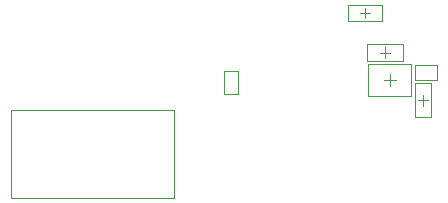
<source format=gbr>
G04*
G04 #@! TF.GenerationSoftware,Altium Limited,Altium Designer,24.9.1 (31)*
G04*
G04 Layer_Color=32768*
%FSLAX25Y25*%
%MOIN*%
G70*
G04*
G04 #@! TF.SameCoordinates,21B9ACB0-0D47-4127-AC64-11D31CE697AE*
G04*
G04*
G04 #@! TF.FilePolarity,Positive*
G04*
G01*
G75*
%ADD13C,0.00394*%
%ADD48C,0.00197*%
D13*
X127155Y81799D02*
Y85736D01*
X125187Y83768D02*
X129124D01*
X125591Y91142D02*
Y94685D01*
X123819Y92913D02*
X127362D01*
X136424Y76999D02*
X139967D01*
X138195Y75227D02*
Y78771D01*
X118898Y104331D02*
Y107874D01*
X117126Y106102D02*
X120669D01*
D48*
X120068Y89083D02*
X134242D01*
X120068Y78453D02*
X134242D01*
X120068D02*
Y89083D01*
X134242Y78453D02*
Y89083D01*
X119685Y89961D02*
X131496D01*
X119685Y95866D02*
X131496D01*
Y89961D02*
Y95866D01*
X119685Y89961D02*
Y95866D01*
X135440Y83906D02*
X143038D01*
X135440Y88748D02*
X143038D01*
X135440Y83906D02*
Y88748D01*
X143038Y83906D02*
Y88748D01*
X71791Y86819D02*
X76634D01*
X71791Y79220D02*
X76634D01*
X71791D02*
Y86819D01*
X76634Y79220D02*
Y86819D01*
X135440Y71290D02*
Y82708D01*
X140951Y71290D02*
Y82708D01*
X135440Y71290D02*
X140951D01*
X135440Y82708D02*
X140951D01*
X905Y73622D02*
X55354D01*
Y44488D02*
Y73622D01*
X905Y44488D02*
X55354D01*
X905D02*
Y73622D01*
X113189Y103347D02*
X124606D01*
X113189Y108858D02*
X124606D01*
Y103347D02*
Y108858D01*
X113189Y103347D02*
Y108858D01*
M02*

</source>
